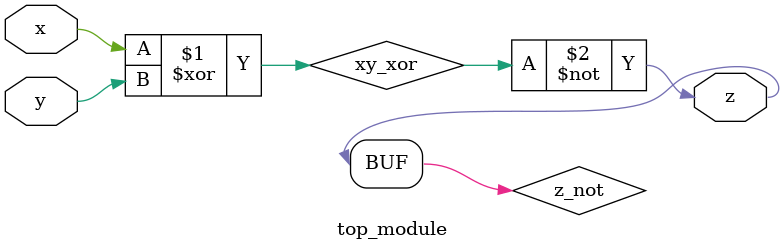
<source format=sv>
module top_module(
  input x,
  input y,
  output z);

  // XOR gate
  wire xy_xor;
  assign xy_xor = x ^ y;

  // NOT gate
  wire z_not;
  assign z_not = ~xy_xor;

  // Output
  assign z = z_not;

endmodule

</source>
